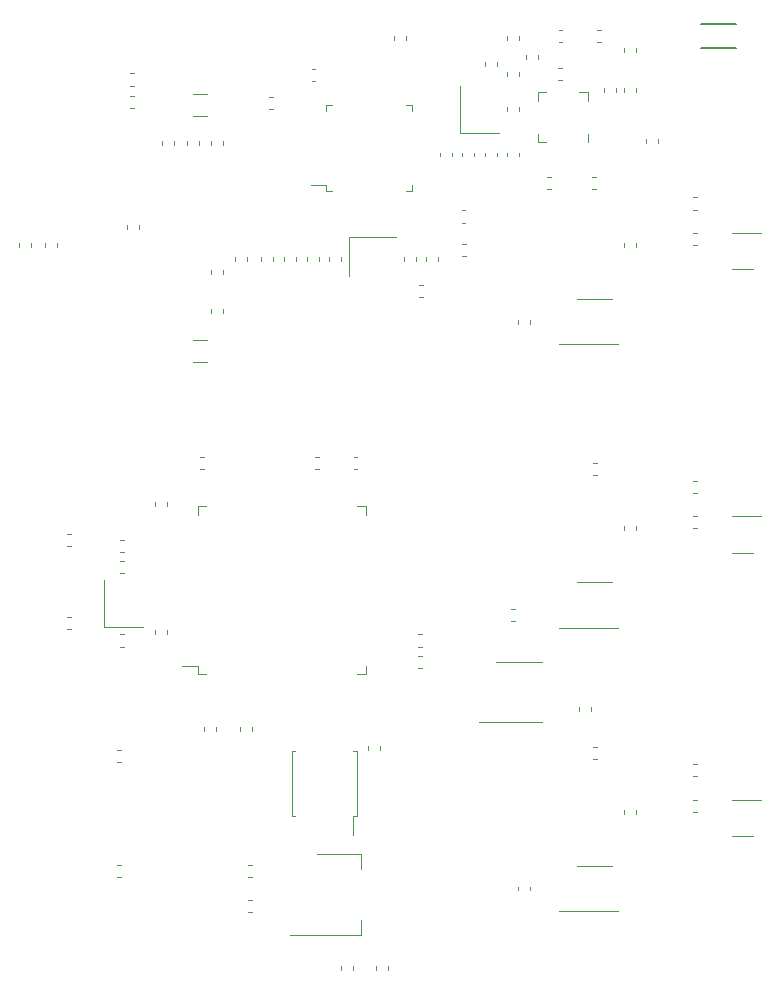
<source format=gbo>
G04 #@! TF.GenerationSoftware,KiCad,Pcbnew,(5.1.4)-1*
G04 #@! TF.CreationDate,2020-12-09T14:49:47+03:00*
G04 #@! TF.ProjectId,charge_block,63686172-6765-45f6-926c-6f636b2e6b69,rev?*
G04 #@! TF.SameCoordinates,Original*
G04 #@! TF.FileFunction,Legend,Bot*
G04 #@! TF.FilePolarity,Positive*
%FSLAX46Y46*%
G04 Gerber Fmt 4.6, Leading zero omitted, Abs format (unit mm)*
G04 Created by KiCad (PCBNEW (5.1.4)-1) date 2020-12-09 14:49:47*
%MOMM*%
%LPD*%
G04 APERTURE LIST*
%ADD10C,0.150000*%
%ADD11C,0.120000*%
G04 APERTURE END LIST*
D10*
X178500000Y-51800000D02*
X181500000Y-51800000D01*
X178500000Y-49800000D02*
X181500000Y-49800000D01*
D11*
X136990000Y-74262779D02*
X136990000Y-73937221D01*
X138010000Y-74262779D02*
X138010000Y-73937221D01*
X138010000Y-60062779D02*
X138010000Y-59737221D01*
X136990000Y-60062779D02*
X136990000Y-59737221D01*
X136702064Y-55740000D02*
X135497936Y-55740000D01*
X136702064Y-57560000D02*
X135497936Y-57560000D01*
X136702064Y-78410000D02*
X135497936Y-78410000D01*
X136702064Y-76590000D02*
X135497936Y-76590000D01*
X140110000Y-69537221D02*
X140110000Y-69862779D01*
X139090000Y-69537221D02*
X139090000Y-69862779D01*
X141290000Y-69862779D02*
X141290000Y-69537221D01*
X142310000Y-69862779D02*
X142310000Y-69537221D01*
X142262779Y-55990000D02*
X141937221Y-55990000D01*
X142262779Y-57010000D02*
X141937221Y-57010000D01*
X144210000Y-69862779D02*
X144210000Y-69537221D01*
X143190000Y-69862779D02*
X143190000Y-69537221D01*
X155190000Y-69862779D02*
X155190000Y-69537221D01*
X156210000Y-69862779D02*
X156210000Y-69537221D01*
X152490000Y-50837221D02*
X152490000Y-51162779D01*
X153510000Y-50837221D02*
X153510000Y-51162779D01*
X158240000Y-60687221D02*
X158240000Y-61012779D01*
X159260000Y-60687221D02*
X159260000Y-61012779D01*
X140512779Y-125010000D02*
X140187221Y-125010000D01*
X140512779Y-123990000D02*
X140187221Y-123990000D01*
X140512779Y-120990000D02*
X140187221Y-120990000D01*
X140512779Y-122010000D02*
X140187221Y-122010000D01*
X169210000Y-107950279D02*
X169210000Y-107624721D01*
X168190000Y-107950279D02*
X168190000Y-107624721D01*
X150990000Y-129537221D02*
X150990000Y-129862779D01*
X152010000Y-129537221D02*
X152010000Y-129862779D01*
X129337221Y-101490000D02*
X129662779Y-101490000D01*
X129337221Y-102510000D02*
X129662779Y-102510000D01*
X147990000Y-129537221D02*
X147990000Y-129862779D01*
X149010000Y-129537221D02*
X149010000Y-129862779D01*
X150340000Y-110937221D02*
X150340000Y-111262779D01*
X151360000Y-110937221D02*
X151360000Y-111262779D01*
X146162779Y-87510000D02*
X145837221Y-87510000D01*
X146162779Y-86490000D02*
X145837221Y-86490000D01*
X129662779Y-95240000D02*
X129337221Y-95240000D01*
X129662779Y-96260000D02*
X129337221Y-96260000D01*
X154537221Y-101490000D02*
X154862779Y-101490000D01*
X154537221Y-102510000D02*
X154862779Y-102510000D01*
X136450279Y-87510000D02*
X136124721Y-87510000D01*
X136450279Y-86490000D02*
X136124721Y-86490000D01*
X149412779Y-87510000D02*
X149087221Y-87510000D01*
X149412779Y-86490000D02*
X149087221Y-86490000D01*
X154524721Y-104310000D02*
X154850279Y-104310000D01*
X154524721Y-103290000D02*
X154850279Y-103290000D01*
X137410000Y-109337221D02*
X137410000Y-109662779D01*
X136390000Y-109337221D02*
X136390000Y-109662779D01*
X132290000Y-101137221D02*
X132290000Y-101462779D01*
X133310000Y-101137221D02*
X133310000Y-101462779D01*
X132290000Y-90575279D02*
X132290000Y-90249721D01*
X133310000Y-90575279D02*
X133310000Y-90249721D01*
X174910000Y-59549721D02*
X174910000Y-59875279D01*
X173890000Y-59549721D02*
X173890000Y-59875279D01*
X165487221Y-63760000D02*
X165812779Y-63760000D01*
X165487221Y-62740000D02*
X165812779Y-62740000D01*
X160190000Y-60687221D02*
X160190000Y-61012779D01*
X161210000Y-60687221D02*
X161210000Y-61012779D01*
X163110000Y-60687221D02*
X163110000Y-61012779D01*
X162090000Y-60687221D02*
X162090000Y-61012779D01*
X161210000Y-53362779D02*
X161210000Y-53037221D01*
X160190000Y-53362779D02*
X160190000Y-53037221D01*
X171990000Y-55575279D02*
X171990000Y-55249721D01*
X173010000Y-55575279D02*
X173010000Y-55249721D01*
X163110000Y-50837221D02*
X163110000Y-51162779D01*
X162090000Y-50837221D02*
X162090000Y-51162779D01*
X170062779Y-50290000D02*
X169737221Y-50290000D01*
X170062779Y-51310000D02*
X169737221Y-51310000D01*
X163110000Y-54162779D02*
X163110000Y-53837221D01*
X162090000Y-54162779D02*
X162090000Y-53837221D01*
X171990000Y-52175279D02*
X171990000Y-51849721D01*
X173010000Y-52175279D02*
X173010000Y-51849721D01*
X153560000Y-56690000D02*
X154010000Y-56690000D01*
X154010000Y-56690000D02*
X154010000Y-57140000D01*
X147240000Y-56690000D02*
X146790000Y-56690000D01*
X146790000Y-56690000D02*
X146790000Y-57140000D01*
X153560000Y-63910000D02*
X154010000Y-63910000D01*
X154010000Y-63910000D02*
X154010000Y-63460000D01*
X147240000Y-63910000D02*
X146790000Y-63910000D01*
X146790000Y-63910000D02*
X146790000Y-63460000D01*
X146790000Y-63460000D02*
X145500000Y-63460000D01*
X163125000Y-103805000D02*
X165075000Y-103805000D01*
X163125000Y-103805000D02*
X161175000Y-103805000D01*
X163125000Y-108925000D02*
X165075000Y-108925000D01*
X163125000Y-108925000D02*
X159675000Y-108925000D01*
X166437221Y-54510000D02*
X166762779Y-54510000D01*
X166437221Y-53490000D02*
X166762779Y-53490000D01*
X166449721Y-50290000D02*
X166775279Y-50290000D01*
X166449721Y-51310000D02*
X166775279Y-51310000D01*
X163690000Y-52437221D02*
X163690000Y-52762779D01*
X164710000Y-52437221D02*
X164710000Y-52762779D01*
X130137221Y-53990000D02*
X130462779Y-53990000D01*
X130137221Y-55010000D02*
X130462779Y-55010000D01*
X120790000Y-68650279D02*
X120790000Y-68324721D01*
X121810000Y-68650279D02*
X121810000Y-68324721D01*
X130137221Y-56910000D02*
X130462779Y-56910000D01*
X130137221Y-55890000D02*
X130462779Y-55890000D01*
X122990000Y-68662779D02*
X122990000Y-68337221D01*
X124010000Y-68662779D02*
X124010000Y-68337221D01*
X136990000Y-70962779D02*
X136990000Y-70637221D01*
X138010000Y-70962779D02*
X138010000Y-70637221D01*
X134990000Y-60075279D02*
X134990000Y-59749721D01*
X136010000Y-60075279D02*
X136010000Y-59749721D01*
X130910000Y-67162779D02*
X130910000Y-66837221D01*
X129890000Y-67162779D02*
X129890000Y-66837221D01*
X133910000Y-60075279D02*
X133910000Y-59749721D01*
X132890000Y-60075279D02*
X132890000Y-59749721D01*
X145537221Y-53590000D02*
X145862779Y-53590000D01*
X145537221Y-54610000D02*
X145862779Y-54610000D01*
X146160000Y-69862779D02*
X146160000Y-69537221D01*
X145140000Y-69862779D02*
X145140000Y-69537221D01*
X158237221Y-66610000D02*
X158562779Y-66610000D01*
X158237221Y-65590000D02*
X158562779Y-65590000D01*
X158575279Y-68440000D02*
X158249721Y-68440000D01*
X158575279Y-69460000D02*
X158249721Y-69460000D01*
X156440000Y-61012779D02*
X156440000Y-60687221D01*
X157460000Y-61012779D02*
X157460000Y-60687221D01*
X124837221Y-92990000D02*
X125162779Y-92990000D01*
X124837221Y-94010000D02*
X125162779Y-94010000D01*
X124837221Y-99990000D02*
X125162779Y-99990000D01*
X124837221Y-101010000D02*
X125162779Y-101010000D01*
X129049721Y-122010000D02*
X129375279Y-122010000D01*
X129049721Y-120990000D02*
X129375279Y-120990000D01*
X129087221Y-112260000D02*
X129412779Y-112260000D01*
X129087221Y-111240000D02*
X129412779Y-111240000D01*
X139490000Y-109337221D02*
X139490000Y-109662779D01*
X140510000Y-109337221D02*
X140510000Y-109662779D01*
X129662779Y-94510000D02*
X129337221Y-94510000D01*
X129662779Y-93490000D02*
X129337221Y-93490000D01*
X171310000Y-55562779D02*
X171310000Y-55237221D01*
X170290000Y-55562779D02*
X170290000Y-55237221D01*
X163110000Y-56849721D02*
X163110000Y-57175279D01*
X162090000Y-56849721D02*
X162090000Y-57175279D01*
X164010000Y-75162779D02*
X164010000Y-74837221D01*
X162990000Y-75162779D02*
X162990000Y-74837221D01*
X162750279Y-100310000D02*
X162424721Y-100310000D01*
X162750279Y-99290000D02*
X162424721Y-99290000D01*
X164010000Y-123162779D02*
X164010000Y-122837221D01*
X162990000Y-123162779D02*
X162990000Y-122837221D01*
X177837221Y-65510000D02*
X178162779Y-65510000D01*
X177837221Y-64490000D02*
X178162779Y-64490000D01*
X178162779Y-68510000D02*
X177837221Y-68510000D01*
X178162779Y-67490000D02*
X177837221Y-67490000D01*
X177837221Y-88490000D02*
X178162779Y-88490000D01*
X177837221Y-89510000D02*
X178162779Y-89510000D01*
X178162779Y-91490000D02*
X177837221Y-91490000D01*
X178162779Y-92510000D02*
X177837221Y-92510000D01*
X177837221Y-113510000D02*
X178162779Y-113510000D01*
X177837221Y-112490000D02*
X178162779Y-112490000D01*
X178162779Y-116510000D02*
X177837221Y-116510000D01*
X178162779Y-115490000D02*
X177837221Y-115490000D01*
X171990000Y-68662779D02*
X171990000Y-68337221D01*
X173010000Y-68662779D02*
X173010000Y-68337221D01*
X171990000Y-92662779D02*
X171990000Y-92337221D01*
X173010000Y-92662779D02*
X173010000Y-92337221D01*
X173010000Y-116662779D02*
X173010000Y-116337221D01*
X171990000Y-116662779D02*
X171990000Y-116337221D01*
X169287221Y-63760000D02*
X169612779Y-63760000D01*
X169287221Y-62740000D02*
X169612779Y-62740000D01*
X169337221Y-88010000D02*
X169662779Y-88010000D01*
X169337221Y-86990000D02*
X169662779Y-86990000D01*
X169337221Y-110990000D02*
X169662779Y-110990000D01*
X169337221Y-112010000D02*
X169662779Y-112010000D01*
X149760000Y-120090000D02*
X149760000Y-121350000D01*
X149760000Y-126910000D02*
X149760000Y-125650000D01*
X146000000Y-120090000D02*
X149760000Y-120090000D01*
X143750000Y-126910000D02*
X149760000Y-126910000D01*
X143852500Y-114100000D02*
X143852500Y-111352500D01*
X143852500Y-111352500D02*
X144135000Y-111352500D01*
X143852500Y-114100000D02*
X143852500Y-116847500D01*
X143852500Y-116847500D02*
X144135000Y-116847500D01*
X149347500Y-114100000D02*
X149347500Y-111352500D01*
X149347500Y-111352500D02*
X149065000Y-111352500D01*
X149347500Y-114100000D02*
X149347500Y-116847500D01*
X149347500Y-116847500D02*
X149065000Y-116847500D01*
X149065000Y-116847500D02*
X149065000Y-118500000D01*
X149410000Y-90640000D02*
X150110000Y-90640000D01*
X150110000Y-90640000D02*
X150110000Y-91340000D01*
X136590000Y-90640000D02*
X135890000Y-90640000D01*
X135890000Y-90640000D02*
X135890000Y-91340000D01*
X149410000Y-104860000D02*
X150110000Y-104860000D01*
X150110000Y-104860000D02*
X150110000Y-104160000D01*
X136590000Y-104860000D02*
X135890000Y-104860000D01*
X135890000Y-104860000D02*
X135890000Y-104160000D01*
X135890000Y-104160000D02*
X134525000Y-104160000D01*
X168910000Y-56315000D02*
X168910000Y-55590000D01*
X168910000Y-55590000D02*
X168185000Y-55590000D01*
X164690000Y-59085000D02*
X164690000Y-59810000D01*
X164690000Y-59810000D02*
X165415000Y-59810000D01*
X164690000Y-56315000D02*
X164690000Y-55590000D01*
X164690000Y-55590000D02*
X165415000Y-55590000D01*
X168910000Y-59085000D02*
X168910000Y-59810000D01*
X166500000Y-76920000D02*
X171500000Y-76920000D01*
X171000000Y-73080000D02*
X168000000Y-73080000D01*
X171000000Y-97080000D02*
X168000000Y-97080000D01*
X166500000Y-100920000D02*
X171500000Y-100920000D01*
X171000000Y-121080000D02*
X168000000Y-121080000D01*
X166500000Y-124920000D02*
X171500000Y-124920000D01*
X181120000Y-67490000D02*
X183550000Y-67490000D01*
X182880000Y-70560000D02*
X181120000Y-70560000D01*
X182880000Y-94560000D02*
X181120000Y-94560000D01*
X181120000Y-91490000D02*
X183550000Y-91490000D01*
X182880000Y-118560000D02*
X181120000Y-118560000D01*
X181120000Y-115490000D02*
X183550000Y-115490000D01*
X148700000Y-71100000D02*
X148700000Y-67800000D01*
X148700000Y-67800000D02*
X152700000Y-67800000D01*
X128000000Y-100850000D02*
X128000000Y-96850000D01*
X131300000Y-100850000D02*
X128000000Y-100850000D01*
X161400000Y-59050000D02*
X158100000Y-59050000D01*
X158100000Y-59050000D02*
X158100000Y-55050000D01*
X146990000Y-69862779D02*
X146990000Y-69537221D01*
X148010000Y-69862779D02*
X148010000Y-69537221D01*
X153390000Y-69549721D02*
X153390000Y-69875279D01*
X154410000Y-69549721D02*
X154410000Y-69875279D01*
X154649721Y-72910000D02*
X154975279Y-72910000D01*
X154649721Y-71890000D02*
X154975279Y-71890000D01*
M02*

</source>
